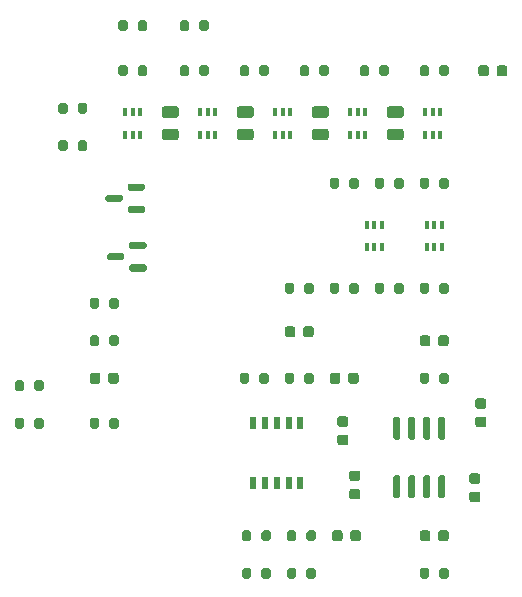
<source format=gtp>
G04 #@! TF.GenerationSoftware,KiCad,Pcbnew,6.0.5+dfsg-1~bpo11+1*
G04 #@! TF.CreationDate,2022-08-15T22:36:42+00:00*
G04 #@! TF.ProjectId,minimoog_LPF,6d696e69-6d6f-46f6-975f-4c50462e6b69,0.1*
G04 #@! TF.SameCoordinates,Original*
G04 #@! TF.FileFunction,Paste,Top*
G04 #@! TF.FilePolarity,Positive*
%FSLAX46Y46*%
G04 Gerber Fmt 4.6, Leading zero omitted, Abs format (unit mm)*
G04 Created by KiCad (PCBNEW 6.0.5+dfsg-1~bpo11+1) date 2022-08-15 22:36:42*
%MOMM*%
%LPD*%
G01*
G04 APERTURE LIST*
%ADD10R,0.400000X0.650000*%
%ADD11R,0.510000X1.100000*%
G04 APERTURE END LIST*
G36*
G01*
X165612000Y-107741000D02*
X166112000Y-107741000D01*
G75*
G02*
X166337000Y-107966000I0J-225000D01*
G01*
X166337000Y-108416000D01*
G75*
G02*
X166112000Y-108641000I-225000J0D01*
G01*
X165612000Y-108641000D01*
G75*
G02*
X165387000Y-108416000I0J225000D01*
G01*
X165387000Y-107966000D01*
G75*
G02*
X165612000Y-107741000I225000J0D01*
G01*
G37*
G36*
G01*
X165612000Y-109291000D02*
X166112000Y-109291000D01*
G75*
G02*
X166337000Y-109516000I0J-225000D01*
G01*
X166337000Y-109966000D01*
G75*
G02*
X166112000Y-110191000I-225000J0D01*
G01*
X165612000Y-110191000D01*
G75*
G02*
X165387000Y-109966000I0J225000D01*
G01*
X165387000Y-109516000D01*
G75*
G02*
X165612000Y-109291000I225000J0D01*
G01*
G37*
G36*
G01*
X163150000Y-119130000D02*
X163150000Y-119630000D01*
G75*
G02*
X162925000Y-119855000I-225000J0D01*
G01*
X162475000Y-119855000D01*
G75*
G02*
X162250000Y-119630000I0J225000D01*
G01*
X162250000Y-119130000D01*
G75*
G02*
X162475000Y-118905000I225000J0D01*
G01*
X162925000Y-118905000D01*
G75*
G02*
X163150000Y-119130000I0J-225000D01*
G01*
G37*
G36*
G01*
X161600000Y-119130000D02*
X161600000Y-119630000D01*
G75*
G02*
X161375000Y-119855000I-225000J0D01*
G01*
X160925000Y-119855000D01*
G75*
G02*
X160700000Y-119630000I0J225000D01*
G01*
X160700000Y-119130000D01*
G75*
G02*
X160925000Y-118905000I225000J0D01*
G01*
X161375000Y-118905000D01*
G75*
G02*
X161600000Y-119130000I0J-225000D01*
G01*
G37*
G36*
G01*
X126410000Y-106955000D02*
X126410000Y-106405000D01*
G75*
G02*
X126610000Y-106205000I200000J0D01*
G01*
X127010000Y-106205000D01*
G75*
G02*
X127210000Y-106405000I0J-200000D01*
G01*
X127210000Y-106955000D01*
G75*
G02*
X127010000Y-107155000I-200000J0D01*
G01*
X126610000Y-107155000D01*
G75*
G02*
X126410000Y-106955000I0J200000D01*
G01*
G37*
G36*
G01*
X128060000Y-106955000D02*
X128060000Y-106405000D01*
G75*
G02*
X128260000Y-106205000I200000J0D01*
G01*
X128660000Y-106205000D01*
G75*
G02*
X128860000Y-106405000I0J-200000D01*
G01*
X128860000Y-106955000D01*
G75*
G02*
X128660000Y-107155000I-200000J0D01*
G01*
X128260000Y-107155000D01*
G75*
G02*
X128060000Y-106955000I0J200000D01*
G01*
G37*
D10*
X157495000Y-93030000D03*
X156845000Y-93030000D03*
X156195000Y-93030000D03*
X156195000Y-94930000D03*
X156845000Y-94930000D03*
X157495000Y-94930000D03*
G36*
G01*
X142830000Y-79735000D02*
X142830000Y-80285000D01*
G75*
G02*
X142630000Y-80485000I-200000J0D01*
G01*
X142230000Y-80485000D01*
G75*
G02*
X142030000Y-80285000I0J200000D01*
G01*
X142030000Y-79735000D01*
G75*
G02*
X142230000Y-79535000I200000J0D01*
G01*
X142630000Y-79535000D01*
G75*
G02*
X142830000Y-79735000I0J-200000D01*
G01*
G37*
G36*
G01*
X141180000Y-79735000D02*
X141180000Y-80285000D01*
G75*
G02*
X140980000Y-80485000I-200000J0D01*
G01*
X140580000Y-80485000D01*
G75*
G02*
X140380000Y-80285000I0J200000D01*
G01*
X140380000Y-79735000D01*
G75*
G02*
X140580000Y-79535000I200000J0D01*
G01*
X140980000Y-79535000D01*
G75*
G02*
X141180000Y-79735000I0J-200000D01*
G01*
G37*
G36*
G01*
X162410000Y-109295000D02*
X162710000Y-109295000D01*
G75*
G02*
X162860000Y-109445000I0J-150000D01*
G01*
X162860000Y-111095000D01*
G75*
G02*
X162710000Y-111245000I-150000J0D01*
G01*
X162410000Y-111245000D01*
G75*
G02*
X162260000Y-111095000I0J150000D01*
G01*
X162260000Y-109445000D01*
G75*
G02*
X162410000Y-109295000I150000J0D01*
G01*
G37*
G36*
G01*
X161140000Y-109295000D02*
X161440000Y-109295000D01*
G75*
G02*
X161590000Y-109445000I0J-150000D01*
G01*
X161590000Y-111095000D01*
G75*
G02*
X161440000Y-111245000I-150000J0D01*
G01*
X161140000Y-111245000D01*
G75*
G02*
X160990000Y-111095000I0J150000D01*
G01*
X160990000Y-109445000D01*
G75*
G02*
X161140000Y-109295000I150000J0D01*
G01*
G37*
G36*
G01*
X159870000Y-109295000D02*
X160170000Y-109295000D01*
G75*
G02*
X160320000Y-109445000I0J-150000D01*
G01*
X160320000Y-111095000D01*
G75*
G02*
X160170000Y-111245000I-150000J0D01*
G01*
X159870000Y-111245000D01*
G75*
G02*
X159720000Y-111095000I0J150000D01*
G01*
X159720000Y-109445000D01*
G75*
G02*
X159870000Y-109295000I150000J0D01*
G01*
G37*
G36*
G01*
X158600000Y-109295000D02*
X158900000Y-109295000D01*
G75*
G02*
X159050000Y-109445000I0J-150000D01*
G01*
X159050000Y-111095000D01*
G75*
G02*
X158900000Y-111245000I-150000J0D01*
G01*
X158600000Y-111245000D01*
G75*
G02*
X158450000Y-111095000I0J150000D01*
G01*
X158450000Y-109445000D01*
G75*
G02*
X158600000Y-109295000I150000J0D01*
G01*
G37*
G36*
G01*
X158600000Y-114245000D02*
X158900000Y-114245000D01*
G75*
G02*
X159050000Y-114395000I0J-150000D01*
G01*
X159050000Y-116045000D01*
G75*
G02*
X158900000Y-116195000I-150000J0D01*
G01*
X158600000Y-116195000D01*
G75*
G02*
X158450000Y-116045000I0J150000D01*
G01*
X158450000Y-114395000D01*
G75*
G02*
X158600000Y-114245000I150000J0D01*
G01*
G37*
G36*
G01*
X159870000Y-114245000D02*
X160170000Y-114245000D01*
G75*
G02*
X160320000Y-114395000I0J-150000D01*
G01*
X160320000Y-116045000D01*
G75*
G02*
X160170000Y-116195000I-150000J0D01*
G01*
X159870000Y-116195000D01*
G75*
G02*
X159720000Y-116045000I0J150000D01*
G01*
X159720000Y-114395000D01*
G75*
G02*
X159870000Y-114245000I150000J0D01*
G01*
G37*
G36*
G01*
X161140000Y-114245000D02*
X161440000Y-114245000D01*
G75*
G02*
X161590000Y-114395000I0J-150000D01*
G01*
X161590000Y-116045000D01*
G75*
G02*
X161440000Y-116195000I-150000J0D01*
G01*
X161140000Y-116195000D01*
G75*
G02*
X160990000Y-116045000I0J150000D01*
G01*
X160990000Y-114395000D01*
G75*
G02*
X161140000Y-114245000I150000J0D01*
G01*
G37*
G36*
G01*
X162410000Y-114245000D02*
X162710000Y-114245000D01*
G75*
G02*
X162860000Y-114395000I0J-150000D01*
G01*
X162860000Y-116045000D01*
G75*
G02*
X162710000Y-116195000I-150000J0D01*
G01*
X162410000Y-116195000D01*
G75*
G02*
X162260000Y-116045000I0J150000D01*
G01*
X162260000Y-114395000D01*
G75*
G02*
X162410000Y-114245000I150000J0D01*
G01*
G37*
X149748000Y-83505000D03*
X149098000Y-83505000D03*
X148448000Y-83505000D03*
X148448000Y-85405000D03*
X149098000Y-85405000D03*
X149748000Y-85405000D03*
G36*
G01*
X165104000Y-114091000D02*
X165604000Y-114091000D01*
G75*
G02*
X165829000Y-114316000I0J-225000D01*
G01*
X165829000Y-114766000D01*
G75*
G02*
X165604000Y-114991000I-225000J0D01*
G01*
X165104000Y-114991000D01*
G75*
G02*
X164879000Y-114766000I0J225000D01*
G01*
X164879000Y-114316000D01*
G75*
G02*
X165104000Y-114091000I225000J0D01*
G01*
G37*
G36*
G01*
X165104000Y-115641000D02*
X165604000Y-115641000D01*
G75*
G02*
X165829000Y-115866000I0J-225000D01*
G01*
X165829000Y-116316000D01*
G75*
G02*
X165604000Y-116541000I-225000J0D01*
G01*
X165104000Y-116541000D01*
G75*
G02*
X164879000Y-116316000I0J225000D01*
G01*
X164879000Y-115866000D01*
G75*
G02*
X165104000Y-115641000I225000J0D01*
G01*
G37*
G36*
G01*
X159340000Y-89260000D02*
X159340000Y-89810000D01*
G75*
G02*
X159140000Y-90010000I-200000J0D01*
G01*
X158740000Y-90010000D01*
G75*
G02*
X158540000Y-89810000I0J200000D01*
G01*
X158540000Y-89260000D01*
G75*
G02*
X158740000Y-89060000I200000J0D01*
G01*
X159140000Y-89060000D01*
G75*
G02*
X159340000Y-89260000I0J-200000D01*
G01*
G37*
G36*
G01*
X157690000Y-89260000D02*
X157690000Y-89810000D01*
G75*
G02*
X157490000Y-90010000I-200000J0D01*
G01*
X157090000Y-90010000D01*
G75*
G02*
X156890000Y-89810000I0J200000D01*
G01*
X156890000Y-89260000D01*
G75*
G02*
X157090000Y-89060000I200000J0D01*
G01*
X157490000Y-89060000D01*
G75*
G02*
X157690000Y-89260000I0J-200000D01*
G01*
G37*
G36*
G01*
X132760000Y-103145000D02*
X132760000Y-102595000D01*
G75*
G02*
X132960000Y-102395000I200000J0D01*
G01*
X133360000Y-102395000D01*
G75*
G02*
X133560000Y-102595000I0J-200000D01*
G01*
X133560000Y-103145000D01*
G75*
G02*
X133360000Y-103345000I-200000J0D01*
G01*
X132960000Y-103345000D01*
G75*
G02*
X132760000Y-103145000I0J200000D01*
G01*
G37*
G36*
G01*
X134410000Y-103145000D02*
X134410000Y-102595000D01*
G75*
G02*
X134610000Y-102395000I200000J0D01*
G01*
X135010000Y-102395000D01*
G75*
G02*
X135210000Y-102595000I0J-200000D01*
G01*
X135210000Y-103145000D01*
G75*
G02*
X135010000Y-103345000I-200000J0D01*
G01*
X134610000Y-103345000D01*
G75*
G02*
X134410000Y-103145000I0J200000D01*
G01*
G37*
G36*
G01*
X153928000Y-109265000D02*
X154428000Y-109265000D01*
G75*
G02*
X154653000Y-109490000I0J-225000D01*
G01*
X154653000Y-109940000D01*
G75*
G02*
X154428000Y-110165000I-225000J0D01*
G01*
X153928000Y-110165000D01*
G75*
G02*
X153703000Y-109940000I0J225000D01*
G01*
X153703000Y-109490000D01*
G75*
G02*
X153928000Y-109265000I225000J0D01*
G01*
G37*
G36*
G01*
X153928000Y-110815000D02*
X154428000Y-110815000D01*
G75*
G02*
X154653000Y-111040000I0J-225000D01*
G01*
X154653000Y-111490000D01*
G75*
G02*
X154428000Y-111715000I-225000J0D01*
G01*
X153928000Y-111715000D01*
G75*
G02*
X153703000Y-111490000I0J225000D01*
G01*
X153703000Y-111040000D01*
G75*
G02*
X153928000Y-110815000I225000J0D01*
G01*
G37*
G36*
G01*
X159340000Y-98150000D02*
X159340000Y-98700000D01*
G75*
G02*
X159140000Y-98900000I-200000J0D01*
G01*
X158740000Y-98900000D01*
G75*
G02*
X158540000Y-98700000I0J200000D01*
G01*
X158540000Y-98150000D01*
G75*
G02*
X158740000Y-97950000I200000J0D01*
G01*
X159140000Y-97950000D01*
G75*
G02*
X159340000Y-98150000I0J-200000D01*
G01*
G37*
G36*
G01*
X157690000Y-98150000D02*
X157690000Y-98700000D01*
G75*
G02*
X157490000Y-98900000I-200000J0D01*
G01*
X157090000Y-98900000D01*
G75*
G02*
X156890000Y-98700000I0J200000D01*
G01*
X156890000Y-98150000D01*
G75*
G02*
X157090000Y-97950000I200000J0D01*
G01*
X157490000Y-97950000D01*
G75*
G02*
X157690000Y-98150000I0J-200000D01*
G01*
G37*
G36*
G01*
X153080000Y-106295000D02*
X153080000Y-105795000D01*
G75*
G02*
X153305000Y-105570000I225000J0D01*
G01*
X153755000Y-105570000D01*
G75*
G02*
X153980000Y-105795000I0J-225000D01*
G01*
X153980000Y-106295000D01*
G75*
G02*
X153755000Y-106520000I-225000J0D01*
G01*
X153305000Y-106520000D01*
G75*
G02*
X153080000Y-106295000I0J225000D01*
G01*
G37*
G36*
G01*
X154630000Y-106295000D02*
X154630000Y-105795000D01*
G75*
G02*
X154855000Y-105570000I225000J0D01*
G01*
X155305000Y-105570000D01*
G75*
G02*
X155530000Y-105795000I0J-225000D01*
G01*
X155530000Y-106295000D01*
G75*
G02*
X155305000Y-106520000I-225000J0D01*
G01*
X154855000Y-106520000D01*
G75*
G02*
X154630000Y-106295000I0J225000D01*
G01*
G37*
G36*
G01*
X163150000Y-98150000D02*
X163150000Y-98700000D01*
G75*
G02*
X162950000Y-98900000I-200000J0D01*
G01*
X162550000Y-98900000D01*
G75*
G02*
X162350000Y-98700000I0J200000D01*
G01*
X162350000Y-98150000D01*
G75*
G02*
X162550000Y-97950000I200000J0D01*
G01*
X162950000Y-97950000D01*
G75*
G02*
X163150000Y-98150000I0J-200000D01*
G01*
G37*
G36*
G01*
X161500000Y-98150000D02*
X161500000Y-98700000D01*
G75*
G02*
X161300000Y-98900000I-200000J0D01*
G01*
X160900000Y-98900000D01*
G75*
G02*
X160700000Y-98700000I0J200000D01*
G01*
X160700000Y-98150000D01*
G75*
G02*
X160900000Y-97950000I200000J0D01*
G01*
X161300000Y-97950000D01*
G75*
G02*
X161500000Y-98150000I0J-200000D01*
G01*
G37*
X143398000Y-83505000D03*
X142748000Y-83505000D03*
X142098000Y-83505000D03*
X142098000Y-85405000D03*
X142748000Y-85405000D03*
X143398000Y-85405000D03*
G36*
G01*
X163150000Y-89260000D02*
X163150000Y-89810000D01*
G75*
G02*
X162950000Y-90010000I-200000J0D01*
G01*
X162550000Y-90010000D01*
G75*
G02*
X162350000Y-89810000I0J200000D01*
G01*
X162350000Y-89260000D01*
G75*
G02*
X162550000Y-89060000I200000J0D01*
G01*
X162950000Y-89060000D01*
G75*
G02*
X163150000Y-89260000I0J-200000D01*
G01*
G37*
G36*
G01*
X161500000Y-89260000D02*
X161500000Y-89810000D01*
G75*
G02*
X161300000Y-90010000I-200000J0D01*
G01*
X160900000Y-90010000D01*
G75*
G02*
X160700000Y-89810000I0J200000D01*
G01*
X160700000Y-89260000D01*
G75*
G02*
X160900000Y-89060000I200000J0D01*
G01*
X161300000Y-89060000D01*
G75*
G02*
X161500000Y-89260000I0J-200000D01*
G01*
G37*
G36*
G01*
X158148000Y-83005000D02*
X159098000Y-83005000D01*
G75*
G02*
X159348000Y-83255000I0J-250000D01*
G01*
X159348000Y-83755000D01*
G75*
G02*
X159098000Y-84005000I-250000J0D01*
G01*
X158148000Y-84005000D01*
G75*
G02*
X157898000Y-83755000I0J250000D01*
G01*
X157898000Y-83255000D01*
G75*
G02*
X158148000Y-83005000I250000J0D01*
G01*
G37*
G36*
G01*
X158148000Y-84905000D02*
X159098000Y-84905000D01*
G75*
G02*
X159348000Y-85155000I0J-250000D01*
G01*
X159348000Y-85655000D01*
G75*
G02*
X159098000Y-85905000I-250000J0D01*
G01*
X158148000Y-85905000D01*
G75*
G02*
X157898000Y-85655000I0J250000D01*
G01*
X157898000Y-85155000D01*
G75*
G02*
X158148000Y-84905000I250000J0D01*
G01*
G37*
G36*
G01*
X160700000Y-122830000D02*
X160700000Y-122280000D01*
G75*
G02*
X160900000Y-122080000I200000J0D01*
G01*
X161300000Y-122080000D01*
G75*
G02*
X161500000Y-122280000I0J-200000D01*
G01*
X161500000Y-122830000D01*
G75*
G02*
X161300000Y-123030000I-200000J0D01*
G01*
X160900000Y-123030000D01*
G75*
G02*
X160700000Y-122830000I0J200000D01*
G01*
G37*
G36*
G01*
X162350000Y-122830000D02*
X162350000Y-122280000D01*
G75*
G02*
X162550000Y-122080000I200000J0D01*
G01*
X162950000Y-122080000D01*
G75*
G02*
X163150000Y-122280000I0J-200000D01*
G01*
X163150000Y-122830000D01*
G75*
G02*
X162950000Y-123030000I-200000J0D01*
G01*
X162550000Y-123030000D01*
G75*
G02*
X162350000Y-122830000I0J200000D01*
G01*
G37*
G36*
G01*
X135173000Y-80285000D02*
X135173000Y-79735000D01*
G75*
G02*
X135373000Y-79535000I200000J0D01*
G01*
X135773000Y-79535000D01*
G75*
G02*
X135973000Y-79735000I0J-200000D01*
G01*
X135973000Y-80285000D01*
G75*
G02*
X135773000Y-80485000I-200000J0D01*
G01*
X135373000Y-80485000D01*
G75*
G02*
X135173000Y-80285000I0J200000D01*
G01*
G37*
G36*
G01*
X136823000Y-80285000D02*
X136823000Y-79735000D01*
G75*
G02*
X137023000Y-79535000I200000J0D01*
G01*
X137423000Y-79535000D01*
G75*
G02*
X137623000Y-79735000I0J-200000D01*
G01*
X137623000Y-80285000D01*
G75*
G02*
X137423000Y-80485000I-200000J0D01*
G01*
X137023000Y-80485000D01*
G75*
G02*
X136823000Y-80285000I0J200000D01*
G01*
G37*
G36*
G01*
X137565000Y-96558000D02*
X137565000Y-96858000D01*
G75*
G02*
X137415000Y-97008000I-150000J0D01*
G01*
X136240000Y-97008000D01*
G75*
G02*
X136090000Y-96858000I0J150000D01*
G01*
X136090000Y-96558000D01*
G75*
G02*
X136240000Y-96408000I150000J0D01*
G01*
X137415000Y-96408000D01*
G75*
G02*
X137565000Y-96558000I0J-150000D01*
G01*
G37*
G36*
G01*
X137565000Y-94658000D02*
X137565000Y-94958000D01*
G75*
G02*
X137415000Y-95108000I-150000J0D01*
G01*
X136240000Y-95108000D01*
G75*
G02*
X136090000Y-94958000I0J150000D01*
G01*
X136090000Y-94658000D01*
G75*
G02*
X136240000Y-94508000I150000J0D01*
G01*
X137415000Y-94508000D01*
G75*
G02*
X137565000Y-94658000I0J-150000D01*
G01*
G37*
G36*
G01*
X135690000Y-95608000D02*
X135690000Y-95908000D01*
G75*
G02*
X135540000Y-96058000I-150000J0D01*
G01*
X134365000Y-96058000D01*
G75*
G02*
X134215000Y-95908000I0J150000D01*
G01*
X134215000Y-95608000D01*
G75*
G02*
X134365000Y-95458000I150000J0D01*
G01*
X135540000Y-95458000D01*
G75*
G02*
X135690000Y-95608000I0J-150000D01*
G01*
G37*
G36*
G01*
X147910000Y-105770000D02*
X147910000Y-106320000D01*
G75*
G02*
X147710000Y-106520000I-200000J0D01*
G01*
X147310000Y-106520000D01*
G75*
G02*
X147110000Y-106320000I0J200000D01*
G01*
X147110000Y-105770000D01*
G75*
G02*
X147310000Y-105570000I200000J0D01*
G01*
X147710000Y-105570000D01*
G75*
G02*
X147910000Y-105770000I0J-200000D01*
G01*
G37*
G36*
G01*
X146260000Y-105770000D02*
X146260000Y-106320000D01*
G75*
G02*
X146060000Y-106520000I-200000J0D01*
G01*
X145660000Y-106520000D01*
G75*
G02*
X145460000Y-106320000I0J200000D01*
G01*
X145460000Y-105770000D01*
G75*
G02*
X145660000Y-105570000I200000J0D01*
G01*
X146060000Y-105570000D01*
G75*
G02*
X146260000Y-105770000I0J-200000D01*
G01*
G37*
G36*
G01*
X154944000Y-113850000D02*
X155444000Y-113850000D01*
G75*
G02*
X155669000Y-114075000I0J-225000D01*
G01*
X155669000Y-114525000D01*
G75*
G02*
X155444000Y-114750000I-225000J0D01*
G01*
X154944000Y-114750000D01*
G75*
G02*
X154719000Y-114525000I0J225000D01*
G01*
X154719000Y-114075000D01*
G75*
G02*
X154944000Y-113850000I225000J0D01*
G01*
G37*
G36*
G01*
X154944000Y-115400000D02*
X155444000Y-115400000D01*
G75*
G02*
X155669000Y-115625000I0J-225000D01*
G01*
X155669000Y-116075000D01*
G75*
G02*
X155444000Y-116300000I-225000J0D01*
G01*
X154944000Y-116300000D01*
G75*
G02*
X154719000Y-116075000I0J225000D01*
G01*
X154719000Y-115625000D01*
G75*
G02*
X154944000Y-115400000I225000J0D01*
G01*
G37*
G36*
G01*
X128860000Y-109580000D02*
X128860000Y-110130000D01*
G75*
G02*
X128660000Y-110330000I-200000J0D01*
G01*
X128260000Y-110330000D01*
G75*
G02*
X128060000Y-110130000I0J200000D01*
G01*
X128060000Y-109580000D01*
G75*
G02*
X128260000Y-109380000I200000J0D01*
G01*
X128660000Y-109380000D01*
G75*
G02*
X128860000Y-109580000I0J-200000D01*
G01*
G37*
G36*
G01*
X127210000Y-109580000D02*
X127210000Y-110130000D01*
G75*
G02*
X127010000Y-110330000I-200000J0D01*
G01*
X126610000Y-110330000D01*
G75*
G02*
X126410000Y-110130000I0J200000D01*
G01*
X126410000Y-109580000D01*
G75*
G02*
X126610000Y-109380000I200000J0D01*
G01*
X127010000Y-109380000D01*
G75*
G02*
X127210000Y-109580000I0J-200000D01*
G01*
G37*
X162448000Y-83505000D03*
X161798000Y-83505000D03*
X161148000Y-83505000D03*
X161148000Y-85405000D03*
X161798000Y-85405000D03*
X162448000Y-85405000D03*
G36*
G01*
X149270000Y-98700000D02*
X149270000Y-98150000D01*
G75*
G02*
X149470000Y-97950000I200000J0D01*
G01*
X149870000Y-97950000D01*
G75*
G02*
X150070000Y-98150000I0J-200000D01*
G01*
X150070000Y-98700000D01*
G75*
G02*
X149870000Y-98900000I-200000J0D01*
G01*
X149470000Y-98900000D01*
G75*
G02*
X149270000Y-98700000I0J200000D01*
G01*
G37*
G36*
G01*
X150920000Y-98700000D02*
X150920000Y-98150000D01*
G75*
G02*
X151120000Y-97950000I200000J0D01*
G01*
X151520000Y-97950000D01*
G75*
G02*
X151720000Y-98150000I0J-200000D01*
G01*
X151720000Y-98700000D01*
G75*
G02*
X151520000Y-98900000I-200000J0D01*
G01*
X151120000Y-98900000D01*
G75*
G02*
X150920000Y-98700000I0J200000D01*
G01*
G37*
G36*
G01*
X140380000Y-76475000D02*
X140380000Y-75925000D01*
G75*
G02*
X140580000Y-75725000I200000J0D01*
G01*
X140980000Y-75725000D01*
G75*
G02*
X141180000Y-75925000I0J-200000D01*
G01*
X141180000Y-76475000D01*
G75*
G02*
X140980000Y-76675000I-200000J0D01*
G01*
X140580000Y-76675000D01*
G75*
G02*
X140380000Y-76475000I0J200000D01*
G01*
G37*
G36*
G01*
X142030000Y-76475000D02*
X142030000Y-75925000D01*
G75*
G02*
X142230000Y-75725000I200000J0D01*
G01*
X142630000Y-75725000D01*
G75*
G02*
X142830000Y-75925000I0J-200000D01*
G01*
X142830000Y-76475000D01*
G75*
G02*
X142630000Y-76675000I-200000J0D01*
G01*
X142230000Y-76675000D01*
G75*
G02*
X142030000Y-76475000I0J200000D01*
G01*
G37*
G36*
G01*
X152748000Y-85905000D02*
X151798000Y-85905000D01*
G75*
G02*
X151548000Y-85655000I0J250000D01*
G01*
X151548000Y-85155000D01*
G75*
G02*
X151798000Y-84905000I250000J0D01*
G01*
X152748000Y-84905000D01*
G75*
G02*
X152998000Y-85155000I0J-250000D01*
G01*
X152998000Y-85655000D01*
G75*
G02*
X152748000Y-85905000I-250000J0D01*
G01*
G37*
G36*
G01*
X152748000Y-84005000D02*
X151798000Y-84005000D01*
G75*
G02*
X151548000Y-83755000I0J250000D01*
G01*
X151548000Y-83255000D01*
G75*
G02*
X151798000Y-83005000I250000J0D01*
G01*
X152748000Y-83005000D01*
G75*
G02*
X152998000Y-83255000I0J-250000D01*
G01*
X152998000Y-83755000D01*
G75*
G02*
X152748000Y-84005000I-250000J0D01*
G01*
G37*
G36*
G01*
X137438000Y-91605000D02*
X137438000Y-91905000D01*
G75*
G02*
X137288000Y-92055000I-150000J0D01*
G01*
X136113000Y-92055000D01*
G75*
G02*
X135963000Y-91905000I0J150000D01*
G01*
X135963000Y-91605000D01*
G75*
G02*
X136113000Y-91455000I150000J0D01*
G01*
X137288000Y-91455000D01*
G75*
G02*
X137438000Y-91605000I0J-150000D01*
G01*
G37*
G36*
G01*
X137438000Y-89705000D02*
X137438000Y-90005000D01*
G75*
G02*
X137288000Y-90155000I-150000J0D01*
G01*
X136113000Y-90155000D01*
G75*
G02*
X135963000Y-90005000I0J150000D01*
G01*
X135963000Y-89705000D01*
G75*
G02*
X136113000Y-89555000I150000J0D01*
G01*
X137288000Y-89555000D01*
G75*
G02*
X137438000Y-89705000I0J-150000D01*
G01*
G37*
G36*
G01*
X135563000Y-90655000D02*
X135563000Y-90955000D01*
G75*
G02*
X135413000Y-91105000I-150000J0D01*
G01*
X134238000Y-91105000D01*
G75*
G02*
X134088000Y-90955000I0J150000D01*
G01*
X134088000Y-90655000D01*
G75*
G02*
X134238000Y-90505000I150000J0D01*
G01*
X135413000Y-90505000D01*
G75*
G02*
X135563000Y-90655000I0J-150000D01*
G01*
G37*
G36*
G01*
X148095000Y-122280000D02*
X148095000Y-122830000D01*
G75*
G02*
X147895000Y-123030000I-200000J0D01*
G01*
X147495000Y-123030000D01*
G75*
G02*
X147295000Y-122830000I0J200000D01*
G01*
X147295000Y-122280000D01*
G75*
G02*
X147495000Y-122080000I200000J0D01*
G01*
X147895000Y-122080000D01*
G75*
G02*
X148095000Y-122280000I0J-200000D01*
G01*
G37*
G36*
G01*
X146445000Y-122280000D02*
X146445000Y-122830000D01*
G75*
G02*
X146245000Y-123030000I-200000J0D01*
G01*
X145845000Y-123030000D01*
G75*
G02*
X145645000Y-122830000I0J200000D01*
G01*
X145645000Y-122280000D01*
G75*
G02*
X145845000Y-122080000I200000J0D01*
G01*
X146245000Y-122080000D01*
G75*
G02*
X146445000Y-122280000I0J-200000D01*
G01*
G37*
G36*
G01*
X149455000Y-119655000D02*
X149455000Y-119105000D01*
G75*
G02*
X149655000Y-118905000I200000J0D01*
G01*
X150055000Y-118905000D01*
G75*
G02*
X150255000Y-119105000I0J-200000D01*
G01*
X150255000Y-119655000D01*
G75*
G02*
X150055000Y-119855000I-200000J0D01*
G01*
X149655000Y-119855000D01*
G75*
G02*
X149455000Y-119655000I0J200000D01*
G01*
G37*
G36*
G01*
X151105000Y-119655000D02*
X151105000Y-119105000D01*
G75*
G02*
X151305000Y-118905000I200000J0D01*
G01*
X151705000Y-118905000D01*
G75*
G02*
X151905000Y-119105000I0J-200000D01*
G01*
X151905000Y-119655000D01*
G75*
G02*
X151705000Y-119855000I-200000J0D01*
G01*
X151305000Y-119855000D01*
G75*
G02*
X151105000Y-119655000I0J200000D01*
G01*
G37*
G36*
G01*
X148095000Y-119105000D02*
X148095000Y-119655000D01*
G75*
G02*
X147895000Y-119855000I-200000J0D01*
G01*
X147495000Y-119855000D01*
G75*
G02*
X147295000Y-119655000I0J200000D01*
G01*
X147295000Y-119105000D01*
G75*
G02*
X147495000Y-118905000I200000J0D01*
G01*
X147895000Y-118905000D01*
G75*
G02*
X148095000Y-119105000I0J-200000D01*
G01*
G37*
G36*
G01*
X146445000Y-119105000D02*
X146445000Y-119655000D01*
G75*
G02*
X146245000Y-119855000I-200000J0D01*
G01*
X145845000Y-119855000D01*
G75*
G02*
X145645000Y-119655000I0J200000D01*
G01*
X145645000Y-119105000D01*
G75*
G02*
X145845000Y-118905000I200000J0D01*
G01*
X146245000Y-118905000D01*
G75*
G02*
X146445000Y-119105000I0J-200000D01*
G01*
G37*
G36*
G01*
X163150000Y-105770000D02*
X163150000Y-106320000D01*
G75*
G02*
X162950000Y-106520000I-200000J0D01*
G01*
X162550000Y-106520000D01*
G75*
G02*
X162350000Y-106320000I0J200000D01*
G01*
X162350000Y-105770000D01*
G75*
G02*
X162550000Y-105570000I200000J0D01*
G01*
X162950000Y-105570000D01*
G75*
G02*
X163150000Y-105770000I0J-200000D01*
G01*
G37*
G36*
G01*
X161500000Y-105770000D02*
X161500000Y-106320000D01*
G75*
G02*
X161300000Y-106520000I-200000J0D01*
G01*
X160900000Y-106520000D01*
G75*
G02*
X160700000Y-106320000I0J200000D01*
G01*
X160700000Y-105770000D01*
G75*
G02*
X160900000Y-105570000I200000J0D01*
G01*
X161300000Y-105570000D01*
G75*
G02*
X161500000Y-105770000I0J-200000D01*
G01*
G37*
G36*
G01*
X130093000Y-83460000D02*
X130093000Y-82910000D01*
G75*
G02*
X130293000Y-82710000I200000J0D01*
G01*
X130693000Y-82710000D01*
G75*
G02*
X130893000Y-82910000I0J-200000D01*
G01*
X130893000Y-83460000D01*
G75*
G02*
X130693000Y-83660000I-200000J0D01*
G01*
X130293000Y-83660000D01*
G75*
G02*
X130093000Y-83460000I0J200000D01*
G01*
G37*
G36*
G01*
X131743000Y-83460000D02*
X131743000Y-82910000D01*
G75*
G02*
X131943000Y-82710000I200000J0D01*
G01*
X132343000Y-82710000D01*
G75*
G02*
X132543000Y-82910000I0J-200000D01*
G01*
X132543000Y-83460000D01*
G75*
G02*
X132343000Y-83660000I-200000J0D01*
G01*
X131943000Y-83660000D01*
G75*
G02*
X131743000Y-83460000I0J200000D01*
G01*
G37*
G36*
G01*
X155530000Y-98150000D02*
X155530000Y-98700000D01*
G75*
G02*
X155330000Y-98900000I-200000J0D01*
G01*
X154930000Y-98900000D01*
G75*
G02*
X154730000Y-98700000I0J200000D01*
G01*
X154730000Y-98150000D01*
G75*
G02*
X154930000Y-97950000I200000J0D01*
G01*
X155330000Y-97950000D01*
G75*
G02*
X155530000Y-98150000I0J-200000D01*
G01*
G37*
G36*
G01*
X153880000Y-98150000D02*
X153880000Y-98700000D01*
G75*
G02*
X153680000Y-98900000I-200000J0D01*
G01*
X153280000Y-98900000D01*
G75*
G02*
X153080000Y-98700000I0J200000D01*
G01*
X153080000Y-98150000D01*
G75*
G02*
X153280000Y-97950000I200000J0D01*
G01*
X153680000Y-97950000D01*
G75*
G02*
X153880000Y-98150000I0J-200000D01*
G01*
G37*
X137048000Y-83505000D03*
X136398000Y-83505000D03*
X135748000Y-83505000D03*
X135748000Y-85405000D03*
X136398000Y-85405000D03*
X137048000Y-85405000D03*
G36*
G01*
X152990000Y-79735000D02*
X152990000Y-80285000D01*
G75*
G02*
X152790000Y-80485000I-200000J0D01*
G01*
X152390000Y-80485000D01*
G75*
G02*
X152190000Y-80285000I0J200000D01*
G01*
X152190000Y-79735000D01*
G75*
G02*
X152390000Y-79535000I200000J0D01*
G01*
X152790000Y-79535000D01*
G75*
G02*
X152990000Y-79735000I0J-200000D01*
G01*
G37*
G36*
G01*
X151340000Y-79735000D02*
X151340000Y-80285000D01*
G75*
G02*
X151140000Y-80485000I-200000J0D01*
G01*
X150740000Y-80485000D01*
G75*
G02*
X150540000Y-80285000I0J200000D01*
G01*
X150540000Y-79735000D01*
G75*
G02*
X150740000Y-79535000I200000J0D01*
G01*
X151140000Y-79535000D01*
G75*
G02*
X151340000Y-79735000I0J-200000D01*
G01*
G37*
G36*
G01*
X155530000Y-89260000D02*
X155530000Y-89810000D01*
G75*
G02*
X155330000Y-90010000I-200000J0D01*
G01*
X154930000Y-90010000D01*
G75*
G02*
X154730000Y-89810000I0J200000D01*
G01*
X154730000Y-89260000D01*
G75*
G02*
X154930000Y-89060000I200000J0D01*
G01*
X155330000Y-89060000D01*
G75*
G02*
X155530000Y-89260000I0J-200000D01*
G01*
G37*
G36*
G01*
X153880000Y-89260000D02*
X153880000Y-89810000D01*
G75*
G02*
X153680000Y-90010000I-200000J0D01*
G01*
X153280000Y-90010000D01*
G75*
G02*
X153080000Y-89810000I0J200000D01*
G01*
X153080000Y-89260000D01*
G75*
G02*
X153280000Y-89060000I200000J0D01*
G01*
X153680000Y-89060000D01*
G75*
G02*
X153880000Y-89260000I0J-200000D01*
G01*
G37*
D11*
X150590000Y-109845000D03*
X149590000Y-109845000D03*
X148590000Y-109845000D03*
X147590000Y-109845000D03*
X146590000Y-109845000D03*
X146590000Y-114945000D03*
X147590000Y-114945000D03*
X148590000Y-114945000D03*
X149590000Y-114945000D03*
X150590000Y-114945000D03*
G36*
G01*
X135210000Y-105795000D02*
X135210000Y-106295000D01*
G75*
G02*
X134985000Y-106520000I-225000J0D01*
G01*
X134535000Y-106520000D01*
G75*
G02*
X134310000Y-106295000I0J225000D01*
G01*
X134310000Y-105795000D01*
G75*
G02*
X134535000Y-105570000I225000J0D01*
G01*
X134985000Y-105570000D01*
G75*
G02*
X135210000Y-105795000I0J-225000D01*
G01*
G37*
G36*
G01*
X133660000Y-105795000D02*
X133660000Y-106295000D01*
G75*
G02*
X133435000Y-106520000I-225000J0D01*
G01*
X132985000Y-106520000D01*
G75*
G02*
X132760000Y-106295000I0J225000D01*
G01*
X132760000Y-105795000D01*
G75*
G02*
X132985000Y-105570000I225000J0D01*
G01*
X133435000Y-105570000D01*
G75*
G02*
X133660000Y-105795000I0J-225000D01*
G01*
G37*
G36*
G01*
X163150000Y-79735000D02*
X163150000Y-80285000D01*
G75*
G02*
X162950000Y-80485000I-200000J0D01*
G01*
X162550000Y-80485000D01*
G75*
G02*
X162350000Y-80285000I0J200000D01*
G01*
X162350000Y-79735000D01*
G75*
G02*
X162550000Y-79535000I200000J0D01*
G01*
X162950000Y-79535000D01*
G75*
G02*
X163150000Y-79735000I0J-200000D01*
G01*
G37*
G36*
G01*
X161500000Y-79735000D02*
X161500000Y-80285000D01*
G75*
G02*
X161300000Y-80485000I-200000J0D01*
G01*
X160900000Y-80485000D01*
G75*
G02*
X160700000Y-80285000I0J200000D01*
G01*
X160700000Y-79735000D01*
G75*
G02*
X160900000Y-79535000I200000J0D01*
G01*
X161300000Y-79535000D01*
G75*
G02*
X161500000Y-79735000I0J-200000D01*
G01*
G37*
G36*
G01*
X132760000Y-99970000D02*
X132760000Y-99420000D01*
G75*
G02*
X132960000Y-99220000I200000J0D01*
G01*
X133360000Y-99220000D01*
G75*
G02*
X133560000Y-99420000I0J-200000D01*
G01*
X133560000Y-99970000D01*
G75*
G02*
X133360000Y-100170000I-200000J0D01*
G01*
X132960000Y-100170000D01*
G75*
G02*
X132760000Y-99970000I0J200000D01*
G01*
G37*
G36*
G01*
X134410000Y-99970000D02*
X134410000Y-99420000D01*
G75*
G02*
X134610000Y-99220000I200000J0D01*
G01*
X135010000Y-99220000D01*
G75*
G02*
X135210000Y-99420000I0J-200000D01*
G01*
X135210000Y-99970000D01*
G75*
G02*
X135010000Y-100170000I-200000J0D01*
G01*
X134610000Y-100170000D01*
G75*
G02*
X134410000Y-99970000I0J200000D01*
G01*
G37*
G36*
G01*
X135173000Y-76475000D02*
X135173000Y-75925000D01*
G75*
G02*
X135373000Y-75725000I200000J0D01*
G01*
X135773000Y-75725000D01*
G75*
G02*
X135973000Y-75925000I0J-200000D01*
G01*
X135973000Y-76475000D01*
G75*
G02*
X135773000Y-76675000I-200000J0D01*
G01*
X135373000Y-76675000D01*
G75*
G02*
X135173000Y-76475000I0J200000D01*
G01*
G37*
G36*
G01*
X136823000Y-76475000D02*
X136823000Y-75925000D01*
G75*
G02*
X137023000Y-75725000I200000J0D01*
G01*
X137423000Y-75725000D01*
G75*
G02*
X137623000Y-75925000I0J-200000D01*
G01*
X137623000Y-76475000D01*
G75*
G02*
X137423000Y-76675000I-200000J0D01*
G01*
X137023000Y-76675000D01*
G75*
G02*
X136823000Y-76475000I0J200000D01*
G01*
G37*
G36*
G01*
X132760000Y-110130000D02*
X132760000Y-109580000D01*
G75*
G02*
X132960000Y-109380000I200000J0D01*
G01*
X133360000Y-109380000D01*
G75*
G02*
X133560000Y-109580000I0J-200000D01*
G01*
X133560000Y-110130000D01*
G75*
G02*
X133360000Y-110330000I-200000J0D01*
G01*
X132960000Y-110330000D01*
G75*
G02*
X132760000Y-110130000I0J200000D01*
G01*
G37*
G36*
G01*
X134410000Y-110130000D02*
X134410000Y-109580000D01*
G75*
G02*
X134610000Y-109380000I200000J0D01*
G01*
X135010000Y-109380000D01*
G75*
G02*
X135210000Y-109580000I0J-200000D01*
G01*
X135210000Y-110130000D01*
G75*
G02*
X135010000Y-110330000I-200000J0D01*
G01*
X134610000Y-110330000D01*
G75*
G02*
X134410000Y-110130000I0J200000D01*
G01*
G37*
G36*
G01*
X132543000Y-86085000D02*
X132543000Y-86635000D01*
G75*
G02*
X132343000Y-86835000I-200000J0D01*
G01*
X131943000Y-86835000D01*
G75*
G02*
X131743000Y-86635000I0J200000D01*
G01*
X131743000Y-86085000D01*
G75*
G02*
X131943000Y-85885000I200000J0D01*
G01*
X132343000Y-85885000D01*
G75*
G02*
X132543000Y-86085000I0J-200000D01*
G01*
G37*
G36*
G01*
X130893000Y-86085000D02*
X130893000Y-86635000D01*
G75*
G02*
X130693000Y-86835000I-200000J0D01*
G01*
X130293000Y-86835000D01*
G75*
G02*
X130093000Y-86635000I0J200000D01*
G01*
X130093000Y-86085000D01*
G75*
G02*
X130293000Y-85885000I200000J0D01*
G01*
X130693000Y-85885000D01*
G75*
G02*
X130893000Y-86085000I0J-200000D01*
G01*
G37*
G36*
G01*
X149270000Y-106320000D02*
X149270000Y-105770000D01*
G75*
G02*
X149470000Y-105570000I200000J0D01*
G01*
X149870000Y-105570000D01*
G75*
G02*
X150070000Y-105770000I0J-200000D01*
G01*
X150070000Y-106320000D01*
G75*
G02*
X149870000Y-106520000I-200000J0D01*
G01*
X149470000Y-106520000D01*
G75*
G02*
X149270000Y-106320000I0J200000D01*
G01*
G37*
G36*
G01*
X150920000Y-106320000D02*
X150920000Y-105770000D01*
G75*
G02*
X151120000Y-105570000I200000J0D01*
G01*
X151520000Y-105570000D01*
G75*
G02*
X151720000Y-105770000I0J-200000D01*
G01*
X151720000Y-106320000D01*
G75*
G02*
X151520000Y-106520000I-200000J0D01*
G01*
X151120000Y-106520000D01*
G75*
G02*
X150920000Y-106320000I0J200000D01*
G01*
G37*
G36*
G01*
X153265000Y-119630000D02*
X153265000Y-119130000D01*
G75*
G02*
X153490000Y-118905000I225000J0D01*
G01*
X153940000Y-118905000D01*
G75*
G02*
X154165000Y-119130000I0J-225000D01*
G01*
X154165000Y-119630000D01*
G75*
G02*
X153940000Y-119855000I-225000J0D01*
G01*
X153490000Y-119855000D01*
G75*
G02*
X153265000Y-119630000I0J225000D01*
G01*
G37*
G36*
G01*
X154815000Y-119630000D02*
X154815000Y-119130000D01*
G75*
G02*
X155040000Y-118905000I225000J0D01*
G01*
X155490000Y-118905000D01*
G75*
G02*
X155715000Y-119130000I0J-225000D01*
G01*
X155715000Y-119630000D01*
G75*
G02*
X155490000Y-119855000I-225000J0D01*
G01*
X155040000Y-119855000D01*
G75*
G02*
X154815000Y-119630000I0J225000D01*
G01*
G37*
D10*
X162575000Y-93030000D03*
X161925000Y-93030000D03*
X161275000Y-93030000D03*
X161275000Y-94930000D03*
X161925000Y-94930000D03*
X162575000Y-94930000D03*
G36*
G01*
X163150000Y-102620000D02*
X163150000Y-103120000D01*
G75*
G02*
X162925000Y-103345000I-225000J0D01*
G01*
X162475000Y-103345000D01*
G75*
G02*
X162250000Y-103120000I0J225000D01*
G01*
X162250000Y-102620000D01*
G75*
G02*
X162475000Y-102395000I225000J0D01*
G01*
X162925000Y-102395000D01*
G75*
G02*
X163150000Y-102620000I0J-225000D01*
G01*
G37*
G36*
G01*
X161600000Y-102620000D02*
X161600000Y-103120000D01*
G75*
G02*
X161375000Y-103345000I-225000J0D01*
G01*
X160925000Y-103345000D01*
G75*
G02*
X160700000Y-103120000I0J225000D01*
G01*
X160700000Y-102620000D01*
G75*
G02*
X160925000Y-102395000I225000J0D01*
G01*
X161375000Y-102395000D01*
G75*
G02*
X161600000Y-102620000I0J-225000D01*
G01*
G37*
G36*
G01*
X151905000Y-122280000D02*
X151905000Y-122830000D01*
G75*
G02*
X151705000Y-123030000I-200000J0D01*
G01*
X151305000Y-123030000D01*
G75*
G02*
X151105000Y-122830000I0J200000D01*
G01*
X151105000Y-122280000D01*
G75*
G02*
X151305000Y-122080000I200000J0D01*
G01*
X151705000Y-122080000D01*
G75*
G02*
X151905000Y-122280000I0J-200000D01*
G01*
G37*
G36*
G01*
X150255000Y-122280000D02*
X150255000Y-122830000D01*
G75*
G02*
X150055000Y-123030000I-200000J0D01*
G01*
X149655000Y-123030000D01*
G75*
G02*
X149455000Y-122830000I0J200000D01*
G01*
X149455000Y-122280000D01*
G75*
G02*
X149655000Y-122080000I200000J0D01*
G01*
X150055000Y-122080000D01*
G75*
G02*
X150255000Y-122280000I0J-200000D01*
G01*
G37*
G36*
G01*
X151720000Y-101858000D02*
X151720000Y-102358000D01*
G75*
G02*
X151495000Y-102583000I-225000J0D01*
G01*
X151045000Y-102583000D01*
G75*
G02*
X150820000Y-102358000I0J225000D01*
G01*
X150820000Y-101858000D01*
G75*
G02*
X151045000Y-101633000I225000J0D01*
G01*
X151495000Y-101633000D01*
G75*
G02*
X151720000Y-101858000I0J-225000D01*
G01*
G37*
G36*
G01*
X150170000Y-101858000D02*
X150170000Y-102358000D01*
G75*
G02*
X149945000Y-102583000I-225000J0D01*
G01*
X149495000Y-102583000D01*
G75*
G02*
X149270000Y-102358000I0J225000D01*
G01*
X149270000Y-101858000D01*
G75*
G02*
X149495000Y-101633000I225000J0D01*
G01*
X149945000Y-101633000D01*
G75*
G02*
X150170000Y-101858000I0J-225000D01*
G01*
G37*
G36*
G01*
X140048000Y-85905000D02*
X139098000Y-85905000D01*
G75*
G02*
X138848000Y-85655000I0J250000D01*
G01*
X138848000Y-85155000D01*
G75*
G02*
X139098000Y-84905000I250000J0D01*
G01*
X140048000Y-84905000D01*
G75*
G02*
X140298000Y-85155000I0J-250000D01*
G01*
X140298000Y-85655000D01*
G75*
G02*
X140048000Y-85905000I-250000J0D01*
G01*
G37*
G36*
G01*
X140048000Y-84005000D02*
X139098000Y-84005000D01*
G75*
G02*
X138848000Y-83755000I0J250000D01*
G01*
X138848000Y-83255000D01*
G75*
G02*
X139098000Y-83005000I250000J0D01*
G01*
X140048000Y-83005000D01*
G75*
G02*
X140298000Y-83255000I0J-250000D01*
G01*
X140298000Y-83755000D01*
G75*
G02*
X140048000Y-84005000I-250000J0D01*
G01*
G37*
X156098000Y-83505000D03*
X155448000Y-83505000D03*
X154798000Y-83505000D03*
X154798000Y-85405000D03*
X155448000Y-85405000D03*
X156098000Y-85405000D03*
G36*
G01*
X165653000Y-80260000D02*
X165653000Y-79760000D01*
G75*
G02*
X165878000Y-79535000I225000J0D01*
G01*
X166328000Y-79535000D01*
G75*
G02*
X166553000Y-79760000I0J-225000D01*
G01*
X166553000Y-80260000D01*
G75*
G02*
X166328000Y-80485000I-225000J0D01*
G01*
X165878000Y-80485000D01*
G75*
G02*
X165653000Y-80260000I0J225000D01*
G01*
G37*
G36*
G01*
X167203000Y-80260000D02*
X167203000Y-79760000D01*
G75*
G02*
X167428000Y-79535000I225000J0D01*
G01*
X167878000Y-79535000D01*
G75*
G02*
X168103000Y-79760000I0J-225000D01*
G01*
X168103000Y-80260000D01*
G75*
G02*
X167878000Y-80485000I-225000J0D01*
G01*
X167428000Y-80485000D01*
G75*
G02*
X167203000Y-80260000I0J225000D01*
G01*
G37*
G36*
G01*
X145448000Y-83005000D02*
X146398000Y-83005000D01*
G75*
G02*
X146648000Y-83255000I0J-250000D01*
G01*
X146648000Y-83755000D01*
G75*
G02*
X146398000Y-84005000I-250000J0D01*
G01*
X145448000Y-84005000D01*
G75*
G02*
X145198000Y-83755000I0J250000D01*
G01*
X145198000Y-83255000D01*
G75*
G02*
X145448000Y-83005000I250000J0D01*
G01*
G37*
G36*
G01*
X145448000Y-84905000D02*
X146398000Y-84905000D01*
G75*
G02*
X146648000Y-85155000I0J-250000D01*
G01*
X146648000Y-85655000D01*
G75*
G02*
X146398000Y-85905000I-250000J0D01*
G01*
X145448000Y-85905000D01*
G75*
G02*
X145198000Y-85655000I0J250000D01*
G01*
X145198000Y-85155000D01*
G75*
G02*
X145448000Y-84905000I250000J0D01*
G01*
G37*
G36*
G01*
X147910000Y-79735000D02*
X147910000Y-80285000D01*
G75*
G02*
X147710000Y-80485000I-200000J0D01*
G01*
X147310000Y-80485000D01*
G75*
G02*
X147110000Y-80285000I0J200000D01*
G01*
X147110000Y-79735000D01*
G75*
G02*
X147310000Y-79535000I200000J0D01*
G01*
X147710000Y-79535000D01*
G75*
G02*
X147910000Y-79735000I0J-200000D01*
G01*
G37*
G36*
G01*
X146260000Y-79735000D02*
X146260000Y-80285000D01*
G75*
G02*
X146060000Y-80485000I-200000J0D01*
G01*
X145660000Y-80485000D01*
G75*
G02*
X145460000Y-80285000I0J200000D01*
G01*
X145460000Y-79735000D01*
G75*
G02*
X145660000Y-79535000I200000J0D01*
G01*
X146060000Y-79535000D01*
G75*
G02*
X146260000Y-79735000I0J-200000D01*
G01*
G37*
G36*
G01*
X158070000Y-79735000D02*
X158070000Y-80285000D01*
G75*
G02*
X157870000Y-80485000I-200000J0D01*
G01*
X157470000Y-80485000D01*
G75*
G02*
X157270000Y-80285000I0J200000D01*
G01*
X157270000Y-79735000D01*
G75*
G02*
X157470000Y-79535000I200000J0D01*
G01*
X157870000Y-79535000D01*
G75*
G02*
X158070000Y-79735000I0J-200000D01*
G01*
G37*
G36*
G01*
X156420000Y-79735000D02*
X156420000Y-80285000D01*
G75*
G02*
X156220000Y-80485000I-200000J0D01*
G01*
X155820000Y-80485000D01*
G75*
G02*
X155620000Y-80285000I0J200000D01*
G01*
X155620000Y-79735000D01*
G75*
G02*
X155820000Y-79535000I200000J0D01*
G01*
X156220000Y-79535000D01*
G75*
G02*
X156420000Y-79735000I0J-200000D01*
G01*
G37*
M02*

</source>
